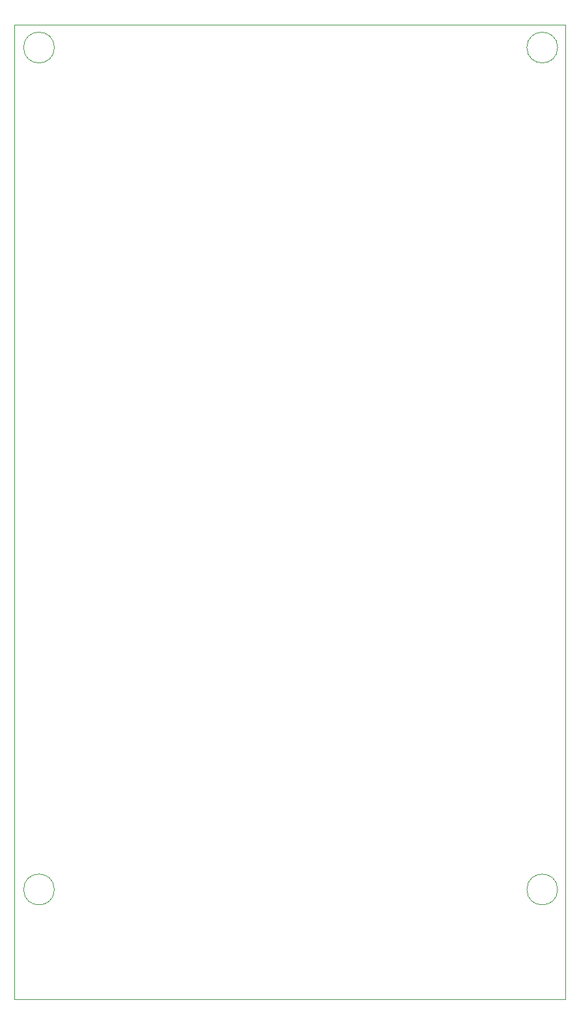
<source format=gbr>
%TF.GenerationSoftware,KiCad,Pcbnew,9.0.0*%
%TF.CreationDate,2025-08-04T23:41:09+05:30*%
%TF.ProjectId,signalscope,7369676e-616c-4736-936f-70652e6b6963,rev?*%
%TF.SameCoordinates,Original*%
%TF.FileFunction,Profile,NP*%
%FSLAX46Y46*%
G04 Gerber Fmt 4.6, Leading zero omitted, Abs format (unit mm)*
G04 Created by KiCad (PCBNEW 9.0.0) date 2025-08-04 23:41:09*
%MOMM*%
%LPD*%
G01*
G04 APERTURE LIST*
%TA.AperFunction,Profile*%
%ADD10C,0.100000*%
%TD*%
%TA.AperFunction,Profile*%
%ADD11C,0.050000*%
%TD*%
G04 APERTURE END LIST*
D10*
X121200000Y-29500000D02*
G75*
G02*
X117200000Y-29500000I-2000000J0D01*
G01*
X117200000Y-29500000D02*
G75*
G02*
X121200000Y-29500000I2000000J0D01*
G01*
X121200000Y-139000000D02*
G75*
G02*
X117200000Y-139000000I-2000000J0D01*
G01*
X117200000Y-139000000D02*
G75*
G02*
X121200000Y-139000000I2000000J0D01*
G01*
D11*
X115950000Y-26500000D02*
X187700000Y-26500000D01*
X187700000Y-153300000D01*
X115950000Y-153300000D01*
X115950000Y-26500000D01*
D10*
X186700000Y-29500000D02*
G75*
G02*
X182700000Y-29500000I-2000000J0D01*
G01*
X182700000Y-29500000D02*
G75*
G02*
X186700000Y-29500000I2000000J0D01*
G01*
X186700000Y-139000000D02*
G75*
G02*
X182700000Y-139000000I-2000000J0D01*
G01*
X182700000Y-139000000D02*
G75*
G02*
X186700000Y-139000000I2000000J0D01*
G01*
M02*

</source>
